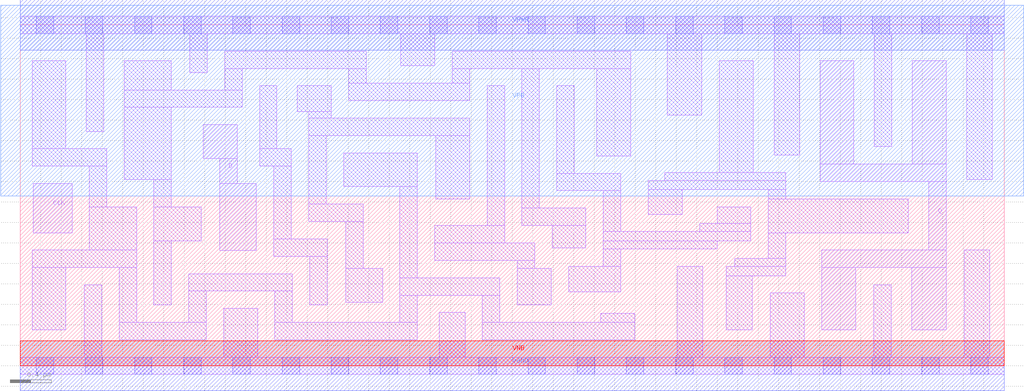
<source format=lef>
# Copyright 2020 The SkyWater PDK Authors
#
# Licensed under the Apache License, Version 2.0 (the "License");
# you may not use this file except in compliance with the License.
# You may obtain a copy of the License at
#
#     https://www.apache.org/licenses/LICENSE-2.0
#
# Unless required by applicable law or agreed to in writing, software
# distributed under the License is distributed on an "AS IS" BASIS,
# WITHOUT WARRANTIES OR CONDITIONS OF ANY KIND, either express or implied.
# See the License for the specific language governing permissions and
# limitations under the License.
#
# SPDX-License-Identifier: Apache-2.0

VERSION 5.7 ;
  NOWIREEXTENSIONATPIN ON ;
  DIVIDERCHAR "/" ;
  BUSBITCHARS "[]" ;
MACRO sky130_fd_sc_ls__dfxtp_4
  CLASS CORE ;
  FOREIGN sky130_fd_sc_ls__dfxtp_4 ;
  ORIGIN  0.000000  0.000000 ;
  SIZE  9.600000 BY  3.330000 ;
  SYMMETRY X Y ;
  SITE unit ;
  PIN D
    ANTENNAGATEAREA  0.126000 ;
    DIRECTION INPUT ;
    USE SIGNAL ;
    PORT
      LAYER li1 ;
        RECT 1.785000 2.025000 2.115000 2.355000 ;
        RECT 1.945000 1.125000 2.305000 1.780000 ;
        RECT 1.945000 1.780000 2.115000 2.025000 ;
    END
  END D
  PIN Q
    ANTENNADIFFAREA  1.116000 ;
    DIRECTION OUTPUT ;
    USE SIGNAL ;
    PORT
      LAYER li1 ;
        RECT 7.805000 1.800000 9.035000 1.970000 ;
        RECT 7.805000 1.970000 8.135000 2.980000 ;
        RECT 7.820000 0.350000 8.150000 0.960000 ;
        RECT 7.820000 0.960000 9.035000 1.130000 ;
        RECT 8.700000 0.350000 9.035000 0.960000 ;
        RECT 8.705000 1.970000 9.035000 2.980000 ;
        RECT 8.865000 1.130000 9.035000 1.800000 ;
    END
  END Q
  PIN CLK
    ANTENNAGATEAREA  0.279000 ;
    DIRECTION INPUT ;
    USE CLOCK ;
    PORT
      LAYER li1 ;
        RECT 0.125000 1.300000 0.505000 1.780000 ;
    END
  END CLK
  PIN VGND
    DIRECTION INOUT ;
    SHAPE ABUTMENT ;
    USE GROUND ;
    PORT
      LAYER met1 ;
        RECT 0.000000 -0.245000 9.600000 0.245000 ;
    END
  END VGND
  PIN VNB
    DIRECTION INOUT ;
    USE GROUND ;
    PORT
      LAYER pwell ;
        RECT 0.000000 0.000000 9.600000 0.245000 ;
    END
  END VNB
  PIN VPB
    DIRECTION INOUT ;
    USE POWER ;
    PORT
      LAYER nwell ;
        RECT -0.190000 1.660000 9.790000 3.520000 ;
    END
  END VPB
  PIN VPWR
    DIRECTION INOUT ;
    SHAPE ABUTMENT ;
    USE POWER ;
    PORT
      LAYER met1 ;
        RECT 0.000000 3.085000 9.600000 3.575000 ;
    END
  END VPWR
  OBS
    LAYER li1 ;
      RECT 0.000000 -0.085000 9.600000 0.085000 ;
      RECT 0.000000  3.245000 9.600000 3.415000 ;
      RECT 0.115000  0.350000 0.445000 0.960000 ;
      RECT 0.115000  0.960000 1.135000 1.130000 ;
      RECT 0.115000  1.950000 0.845000 2.120000 ;
      RECT 0.115000  2.120000 0.445000 2.980000 ;
      RECT 0.625000  0.085000 0.795000 0.790000 ;
      RECT 0.645000  2.290000 0.815000 3.245000 ;
      RECT 0.675000  1.130000 1.135000 1.550000 ;
      RECT 0.675000  1.550000 0.845000 1.950000 ;
      RECT 0.965000  0.255000 1.815000 0.425000 ;
      RECT 0.965000  0.425000 1.135000 0.960000 ;
      RECT 1.015000  1.820000 1.475000 2.525000 ;
      RECT 1.015000  2.525000 2.165000 2.695000 ;
      RECT 1.015000  2.695000 1.475000 2.980000 ;
      RECT 1.305000  0.595000 1.475000 1.220000 ;
      RECT 1.305000  1.220000 1.765000 1.550000 ;
      RECT 1.305000  1.550000 1.475000 1.820000 ;
      RECT 1.645000  0.425000 1.815000 0.730000 ;
      RECT 1.645000  0.730000 2.655000 0.900000 ;
      RECT 1.655000  2.865000 1.825000 3.245000 ;
      RECT 1.985000  0.085000 2.315000 0.560000 ;
      RECT 1.995000  2.695000 2.165000 2.905000 ;
      RECT 1.995000  2.905000 3.375000 3.075000 ;
      RECT 2.335000  1.950000 2.645000 2.120000 ;
      RECT 2.335000  2.120000 2.505000 2.735000 ;
      RECT 2.475000  1.070000 2.995000 1.240000 ;
      RECT 2.475000  1.240000 2.645000 1.950000 ;
      RECT 2.485000  0.255000 3.875000 0.425000 ;
      RECT 2.485000  0.425000 2.655000 0.730000 ;
      RECT 2.705000  2.485000 3.035000 2.735000 ;
      RECT 2.815000  1.410000 3.345000 1.580000 ;
      RECT 2.815000  1.580000 2.985000 2.250000 ;
      RECT 2.815000  2.250000 4.385000 2.420000 ;
      RECT 2.815000  2.420000 3.035000 2.485000 ;
      RECT 2.825000  0.595000 2.995000 1.070000 ;
      RECT 3.155000  1.750000 3.875000 2.080000 ;
      RECT 3.175000  0.620000 3.535000 0.950000 ;
      RECT 3.175000  0.950000 3.345000 1.410000 ;
      RECT 3.205000  2.590000 4.385000 2.760000 ;
      RECT 3.205000  2.760000 3.375000 2.905000 ;
      RECT 3.705000  0.425000 3.875000 0.690000 ;
      RECT 3.705000  0.690000 4.680000 0.860000 ;
      RECT 3.705000  0.860000 3.875000 1.750000 ;
      RECT 3.715000  2.930000 4.045000 3.245000 ;
      RECT 4.045000  1.030000 5.020000 1.200000 ;
      RECT 4.045000  1.200000 4.725000 1.370000 ;
      RECT 4.055000  1.630000 4.385000 2.250000 ;
      RECT 4.090000  0.085000 4.340000 0.520000 ;
      RECT 4.215000  2.760000 4.385000 2.905000 ;
      RECT 4.215000  2.905000 5.955000 3.075000 ;
      RECT 4.510000  0.255000 5.995000 0.425000 ;
      RECT 4.510000  0.425000 4.680000 0.690000 ;
      RECT 4.555000  1.370000 4.725000 2.735000 ;
      RECT 4.850000  0.595000 5.180000 0.950000 ;
      RECT 4.850000  0.950000 5.020000 1.030000 ;
      RECT 4.895000  1.370000 5.520000 1.540000 ;
      RECT 4.895000  1.540000 5.065000 2.905000 ;
      RECT 5.190000  1.150000 5.520000 1.370000 ;
      RECT 5.235000  1.710000 5.860000 1.880000 ;
      RECT 5.235000  1.880000 5.405000 2.735000 ;
      RECT 5.350000  0.720000 5.860000 0.970000 ;
      RECT 5.625000  2.050000 5.955000 2.905000 ;
      RECT 5.665000  0.425000 5.995000 0.510000 ;
      RECT 5.690000  0.970000 5.860000 1.140000 ;
      RECT 5.690000  1.140000 6.800000 1.220000 ;
      RECT 5.690000  1.220000 7.130000 1.310000 ;
      RECT 5.690000  1.310000 5.860000 1.710000 ;
      RECT 6.130000  1.480000 6.460000 1.720000 ;
      RECT 6.130000  1.720000 7.470000 1.810000 ;
      RECT 6.290000  1.810000 7.470000 1.890000 ;
      RECT 6.315000  2.450000 6.650000 3.245000 ;
      RECT 6.410000  0.085000 6.660000 0.970000 ;
      RECT 6.630000  1.310000 7.130000 1.390000 ;
      RECT 6.800000  1.390000 7.130000 1.550000 ;
      RECT 6.820000  1.890000 7.150000 2.980000 ;
      RECT 6.890000  0.350000 7.140000 0.880000 ;
      RECT 6.890000  0.880000 7.470000 0.970000 ;
      RECT 6.970000  0.970000 7.470000 1.050000 ;
      RECT 7.300000  1.050000 7.470000 1.300000 ;
      RECT 7.300000  1.300000 8.665000 1.630000 ;
      RECT 7.300000  1.630000 7.470000 1.720000 ;
      RECT 7.320000  0.085000 7.650000 0.710000 ;
      RECT 7.355000  2.060000 7.605000 3.245000 ;
      RECT 8.330000  0.085000 8.500000 0.790000 ;
      RECT 8.335000  2.140000 8.505000 3.245000 ;
      RECT 9.210000  0.085000 9.460000 1.130000 ;
      RECT 9.235000  1.820000 9.485000 3.245000 ;
    LAYER mcon ;
      RECT 0.155000 -0.085000 0.325000 0.085000 ;
      RECT 0.155000  3.245000 0.325000 3.415000 ;
      RECT 0.635000 -0.085000 0.805000 0.085000 ;
      RECT 0.635000  3.245000 0.805000 3.415000 ;
      RECT 1.115000 -0.085000 1.285000 0.085000 ;
      RECT 1.115000  3.245000 1.285000 3.415000 ;
      RECT 1.595000 -0.085000 1.765000 0.085000 ;
      RECT 1.595000  3.245000 1.765000 3.415000 ;
      RECT 2.075000 -0.085000 2.245000 0.085000 ;
      RECT 2.075000  3.245000 2.245000 3.415000 ;
      RECT 2.555000 -0.085000 2.725000 0.085000 ;
      RECT 2.555000  3.245000 2.725000 3.415000 ;
      RECT 3.035000 -0.085000 3.205000 0.085000 ;
      RECT 3.035000  3.245000 3.205000 3.415000 ;
      RECT 3.515000 -0.085000 3.685000 0.085000 ;
      RECT 3.515000  3.245000 3.685000 3.415000 ;
      RECT 3.995000 -0.085000 4.165000 0.085000 ;
      RECT 3.995000  3.245000 4.165000 3.415000 ;
      RECT 4.475000 -0.085000 4.645000 0.085000 ;
      RECT 4.475000  3.245000 4.645000 3.415000 ;
      RECT 4.955000 -0.085000 5.125000 0.085000 ;
      RECT 4.955000  3.245000 5.125000 3.415000 ;
      RECT 5.435000 -0.085000 5.605000 0.085000 ;
      RECT 5.435000  3.245000 5.605000 3.415000 ;
      RECT 5.915000 -0.085000 6.085000 0.085000 ;
      RECT 5.915000  3.245000 6.085000 3.415000 ;
      RECT 6.395000 -0.085000 6.565000 0.085000 ;
      RECT 6.395000  3.245000 6.565000 3.415000 ;
      RECT 6.875000 -0.085000 7.045000 0.085000 ;
      RECT 6.875000  3.245000 7.045000 3.415000 ;
      RECT 7.355000 -0.085000 7.525000 0.085000 ;
      RECT 7.355000  3.245000 7.525000 3.415000 ;
      RECT 7.835000 -0.085000 8.005000 0.085000 ;
      RECT 7.835000  3.245000 8.005000 3.415000 ;
      RECT 8.315000 -0.085000 8.485000 0.085000 ;
      RECT 8.315000  3.245000 8.485000 3.415000 ;
      RECT 8.795000 -0.085000 8.965000 0.085000 ;
      RECT 8.795000  3.245000 8.965000 3.415000 ;
      RECT 9.275000 -0.085000 9.445000 0.085000 ;
      RECT 9.275000  3.245000 9.445000 3.415000 ;
  END
END sky130_fd_sc_ls__dfxtp_4
END LIBRARY

</source>
